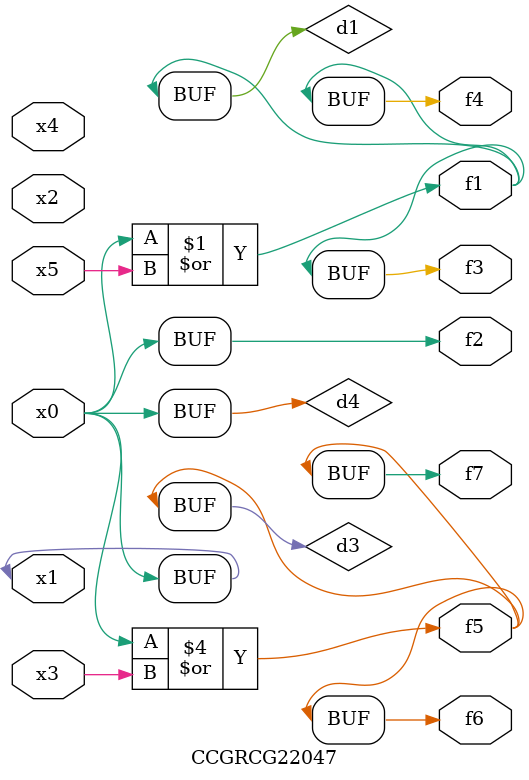
<source format=v>
module CCGRCG22047(
	input x0, x1, x2, x3, x4, x5,
	output f1, f2, f3, f4, f5, f6, f7
);

	wire d1, d2, d3, d4;

	or (d1, x0, x5);
	xnor (d2, x1, x4);
	or (d3, x0, x3);
	buf (d4, x0, x1);
	assign f1 = d1;
	assign f2 = d4;
	assign f3 = d1;
	assign f4 = d1;
	assign f5 = d3;
	assign f6 = d3;
	assign f7 = d3;
endmodule

</source>
